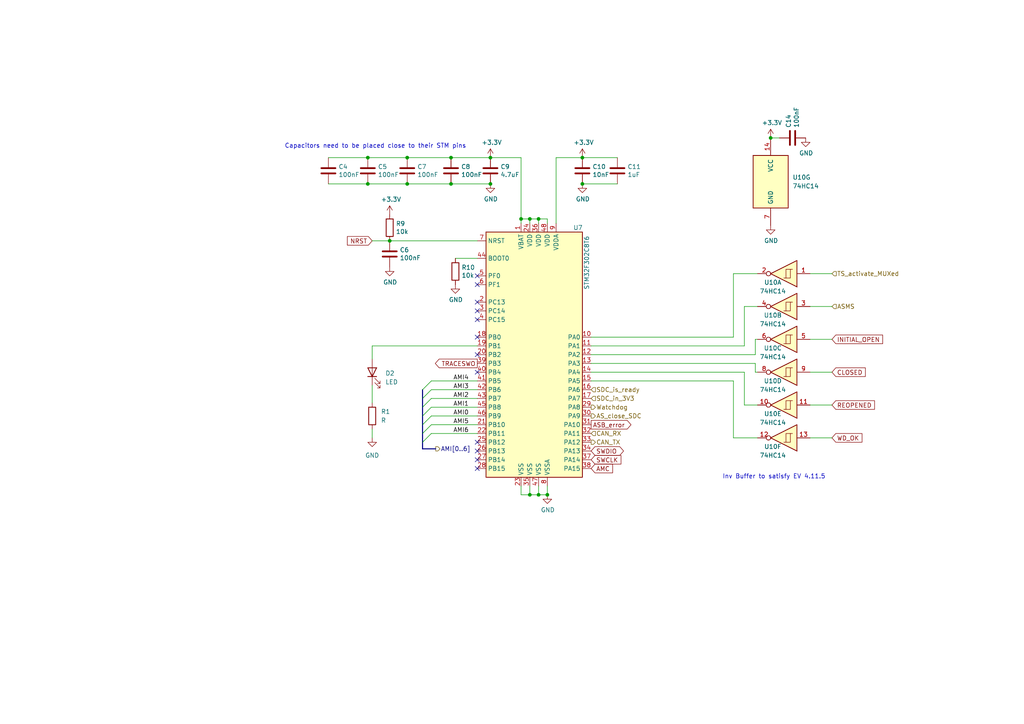
<source format=kicad_sch>
(kicad_sch (version 20211123) (generator eeschema)
  (paper "A4")
  (title_block (title "SDCL - CU") (date "2021-12-16") (rev "v1.0") (company "FaSTTUBe - Formula Student Team TU Berlin") (comment 1 "Car 113") (comment 2 "EBS Electronics") (comment 3 "CU for CAN Bus connection to supervisor"))
  (lib_symbols
    (symbol "74xx:74HC14" (pin_names (offset 1.016))
      (property "Reference" "U" (at 0 1.27 0))
      (property "Value" "74HC14" (at 0 -1.27 0))
      (symbol "74HC14_1_0"
        (polyline (pts (xy -3.81 3.81) (xy -3.81 -3.81) (xy 3.81 0) (xy -3.81 3.81)) (stroke (width 0.254)) (fill (type background)))
        (pin input line (at -7.62 0 0) (length 3.81) (name "~") (number "1"))
        (pin output inverted (at 7.62 0 180) (length 3.81) (name "~") (number "2"))
      )
      (symbol "74HC14_1_1"
        (polyline (pts (xy -1.905 -1.27) (xy -1.905 1.27) (xy -0.635 1.27)))
        (polyline (pts (xy -2.54 -1.27) (xy -0.635 -1.27) (xy -0.635 1.27) (xy 0 1.27)))
      )
      (symbol "74HC14_2_0"
        (polyline (pts (xy -3.81 3.81) (xy -3.81 -3.81) (xy 3.81 0) (xy -3.81 3.81)) (stroke (width 0.254)) (fill (type background)))
        (pin input line (at -7.62 0 0) (length 3.81) (name "~") (number "3"))
        (pin output inverted (at 7.62 0 180) (length 3.81) (name "~") (number "4"))
      )
      (symbol "74HC14_2_1"
        (polyline (pts (xy -1.905 -1.27) (xy -1.905 1.27) (xy -0.635 1.27)))
        (polyline (pts (xy -2.54 -1.27) (xy -0.635 -1.27) (xy -0.635 1.27) (xy 0 1.27)))
      )
      (symbol "74HC14_3_0"
        (polyline (pts (xy -3.81 3.81) (xy -3.81 -3.81) (xy 3.81 0) (xy -3.81 3.81)) (stroke (width 0.254)) (fill (type background)))
        (pin input line (at -7.62 0 0) (length 3.81) (name "~") (number "5"))
        (pin output inverted (at 7.62 0 180) (length 3.81) (name "~") (number "6"))
      )
      (symbol "74HC14_3_1"
        (polyline (pts (xy -1.905 -1.27) (xy -1.905 1.27) (xy -0.635 1.27)))
        (polyline (pts (xy -2.54 -1.27) (xy -0.635 -1.27) (xy -0.635 1.27) (xy 0 1.27)))
      )
      (symbol "74HC14_4_0"
        (polyline (pts (xy -3.81 3.81) (xy -3.81 -3.81) (xy 3.81 0) (xy -3.81 3.81)) (stroke (width 0.254)) (fill (type background)))
        (pin output inverted (at 7.62 0 180) (length 3.81) (name "~") (number "8"))
        (pin input line (at -7.62 0 0) (length 3.81) (name "~") (number "9"))
      )
      (symbol "74HC14_4_1"
        (polyline (pts (xy -1.905 -1.27) (xy -1.905 1.27) (xy -0.635 1.27)))
        (polyline (pts (xy -2.54 -1.27) (xy -0.635 -1.27) (xy -0.635 1.27) (xy 0 1.27)))
      )
      (symbol "74HC14_5_0"
        (polyline (pts (xy -3.81 3.81) (xy -3.81 -3.81) (xy 3.81 0) (xy -3.81 3.81)) (stroke (width 0.254)) (fill (type background)))
        (pin output inverted (at 7.62 0 180) (length 3.81) (name "~") (number "10"))
        (pin input line (at -7.62 0 0) (length 3.81) (name "~") (number "11"))
      )
      (symbol "74HC14_5_1"
        (polyline (pts (xy -1.905 -1.27) (xy -1.905 1.27) (xy -0.635 1.27)))
        (polyline (pts (xy -2.54 -1.27) (xy -0.635 -1.27) (xy -0.635 1.27) (xy 0 1.27)))
      )
      (symbol "74HC14_6_0"
        (polyline (pts (xy -3.81 3.81) (xy -3.81 -3.81) (xy 3.81 0) (xy -3.81 3.81)) (stroke (width 0.254)) (fill (type background)))
        (pin output inverted (at 7.62 0 180) (length 3.81) (name "~") (number "12"))
        (pin input line (at -7.62 0 0) (length 3.81) (name "~") (number "13"))
      )
      (symbol "74HC14_6_1"
        (polyline (pts (xy -1.905 -1.27) (xy -1.905 1.27) (xy -0.635 1.27)))
        (polyline (pts (xy -2.54 -1.27) (xy -0.635 -1.27) (xy -0.635 1.27) (xy 0 1.27)))
      )
      (symbol "74HC14_7_0"
        (pin power_in line (at 0 12.7 270) (length 5.08) (name "VCC") (number "14"))
        (pin power_in line (at 0 -12.7 90) (length 5.08) (name "GND") (number "7"))
      )
      (symbol "74HC14_7_1"
        (rectangle (start -5.08 7.62) (end 5.08 -7.62) (stroke (width 0.254)) (fill (type background)))
      )
    )
    (symbol "Device:C" (pin_numbers hide) (pin_names (offset 0.254))
      (property "Reference" "C" (at 0.635 2.54 0))
      (property "Value" "C" (at 0.635 -2.54 0))
      (symbol "C_0_1"
        (polyline (pts (xy -2.032 -0.762) (xy 2.032 -0.762)) (stroke (width 0.508)))
        (polyline (pts (xy -2.032 0.762) (xy 2.032 0.762)) (stroke (width 0.508)))
      )
      (symbol "C_1_1"
        (pin passive line (at 0 3.81 270) (length 2.794) (name "~") (number "1"))
        (pin passive line (at 0 -3.81 90) (length 2.794) (name "~") (number "2"))
      )
    )
    (symbol "Device:LED" (pin_numbers hide) (pin_names (offset 1.016) hide)
      (property "Reference" "D" (at 0 2.54 0))
      (property "Value" "LED" (at 0 -2.54 0))
      (symbol "LED_0_1"
        (polyline (pts (xy -1.27 -1.27) (xy -1.27 1.27)) (stroke (width 0.254)))
        (polyline (pts (xy -1.27 0) (xy 1.27 0)))
        (polyline (pts (xy 1.27 -1.27) (xy 1.27 1.27) (xy -1.27 0) (xy 1.27 -1.27)) (stroke (width 0.254)))
        (polyline (pts (xy -3.048 -0.762) (xy -4.572 -2.286) (xy -3.81 -2.286) (xy -4.572 -2.286) (xy -4.572 -1.524)))
        (polyline (pts (xy -1.778 -0.762) (xy -3.302 -2.286) (xy -2.54 -2.286) (xy -3.302 -2.286) (xy -3.302 -1.524)))
      )
      (symbol "LED_1_1"
        (pin passive line (at -3.81 0 0) (length 2.54) (name "K") (number "1"))
        (pin passive line (at 3.81 0 180) (length 2.54) (name "A") (number "2"))
      )
    )
    (symbol "Device:R" (pin_numbers hide) (pin_names (offset 0))
      (property "Reference" "R" (at 2.032 0 90))
      (property "Value" "R" (at 0 0 90))
      (symbol "R_0_1"
        (rectangle (start -1.016 -2.54) (end 1.016 2.54) (stroke (width 0.254)))
      )
      (symbol "R_1_1"
        (pin passive line (at 0 3.81 270) (length 1.27) (name "~") (number "1"))
        (pin passive line (at 0 -3.81 90) (length 1.27) (name "~") (number "2"))
      )
    )
    (symbol "MCU_ST_STM32F3:STM32F302C8Tx"
      (property "Reference" "U" (at -15.24 36.83 0))
      (property "Value" "STM32F302C8Tx" (at 7.62 36.83 0))
      (symbol "STM32F302C8Tx_0_1"
        (rectangle (start -15.24 -35.56) (end 12.7 35.56) (stroke (width 0.254)) (fill (type background)))
      )
      (symbol "STM32F302C8Tx_1_1"
        (pin power_in line (at -5.08 38.1 270) (length 2.54) (name "VBAT") (number "1"))
        (pin bidirectional line (at 15.24 5.08 180) (length 2.54) (name "PA0") (number "10"))
        (pin bidirectional line (at 15.24 2.54 180) (length 2.54) (name "PA1") (number "11"))
        (pin bidirectional line (at 15.24 0 180) (length 2.54) (name "PA2") (number "12"))
        (pin bidirectional line (at 15.24 -2.54 180) (length 2.54) (name "PA3") (number "13"))
        (pin bidirectional line (at 15.24 -5.08 180) (length 2.54) (name "PA4") (number "14"))
        (pin bidirectional line (at 15.24 -7.62 180) (length 2.54) (name "PA5") (number "15"))
        (pin bidirectional line (at 15.24 -10.16 180) (length 2.54) (name "PA6") (number "16"))
        (pin bidirectional line (at 15.24 -12.7 180) (length 2.54) (name "PA7") (number "17"))
        (pin bidirectional line (at -17.78 5.08 0) (length 2.54) (name "PB0") (number "18"))
        (pin bidirectional line (at -17.78 2.54 0) (length 2.54) (name "PB1") (number "19"))
        (pin bidirectional line (at -17.78 15.24 0) (length 2.54) (name "PC13") (number "2"))
        (pin bidirectional line (at -17.78 0 0) (length 2.54) (name "PB2") (number "20"))
        (pin bidirectional line (at -17.78 -20.32 0) (length 2.54) (name "PB10") (number "21"))
        (pin bidirectional line (at -17.78 -22.86 0) (length 2.54) (name "PB11") (number "22"))
        (pin power_in line (at -5.08 -38.1 90) (length 2.54) (name "VSS") (number "23"))
        (pin power_in line (at -2.54 38.1 270) (length 2.54) (name "VDD") (number "24"))
        (pin bidirectional line (at -17.78 -25.4 0) (length 2.54) (name "PB12") (number "25"))
        (pin bidirectional line (at -17.78 -27.94 0) (length 2.54) (name "PB13") (number "26"))
        (pin bidirectional line (at -17.78 -30.48 0) (length 2.54) (name "PB14") (number "27"))
        (pin bidirectional line (at -17.78 -33.02 0) (length 2.54) (name "PB15") (number "28"))
        (pin bidirectional line (at 15.24 -15.24 180) (length 2.54) (name "PA8") (number "29"))
        (pin bidirectional line (at -17.78 12.7 0) (length 2.54) (name "PC14") (number "3"))
        (pin bidirectional line (at 15.24 -17.78 180) (length 2.54) (name "PA9") (number "30"))
        (pin bidirectional line (at 15.24 -20.32 180) (length 2.54) (name "PA10") (number "31"))
        (pin bidirectional line (at 15.24 -22.86 180) (length 2.54) (name "PA11") (number "32"))
        (pin bidirectional line (at 15.24 -25.4 180) (length 2.54) (name "PA12") (number "33"))
        (pin bidirectional line (at 15.24 -27.94 180) (length 2.54) (name "PA13") (number "34"))
        (pin power_in line (at -2.54 -38.1 90) (length 2.54) (name "VSS") (number "35"))
        (pin power_in line (at 0 38.1 270) (length 2.54) (name "VDD") (number "36"))
        (pin bidirectional line (at 15.24 -30.48 180) (length 2.54) (name "PA14") (number "37"))
        (pin bidirectional line (at 15.24 -33.02 180) (length 2.54) (name "PA15") (number "38"))
        (pin bidirectional line (at -17.78 -2.54 0) (length 2.54) (name "PB3") (number "39"))
        (pin bidirectional line (at -17.78 10.16 0) (length 2.54) (name "PC15") (number "4"))
        (pin bidirectional line (at -17.78 -5.08 0) (length 2.54) (name "PB4") (number "40"))
        (pin bidirectional line (at -17.78 -7.62 0) (length 2.54) (name "PB5") (number "41"))
        (pin bidirectional line (at -17.78 -10.16 0) (length 2.54) (name "PB6") (number "42"))
        (pin bidirectional line (at -17.78 -12.7 0) (length 2.54) (name "PB7") (number "43"))
        (pin input line (at -17.78 27.94 0) (length 2.54) (name "BOOT0") (number "44"))
        (pin bidirectional line (at -17.78 -15.24 0) (length 2.54) (name "PB8") (number "45"))
        (pin bidirectional line (at -17.78 -17.78 0) (length 2.54) (name "PB9") (number "46"))
        (pin power_in line (at 0 -38.1 90) (length 2.54) (name "VSS") (number "47"))
        (pin power_in line (at 2.54 38.1 270) (length 2.54) (name "VDD") (number "48"))
        (pin input line (at -17.78 22.86 0) (length 2.54) (name "PF0") (number "5"))
        (pin input line (at -17.78 20.32 0) (length 2.54) (name "PF1") (number "6"))
        (pin input line (at -17.78 33.02 0) (length 2.54) (name "NRST") (number "7"))
        (pin power_in line (at 2.54 -38.1 90) (length 2.54) (name "VSSA") (number "8"))
        (pin power_in line (at 5.08 38.1 270) (length 2.54) (name "VDDA") (number "9"))
      )
    )
    (symbol "power:+3.3V" (power) (pin_names (offset 0))
      (property "Value" "+3.3V" (at 0 3.556 0))
      (symbol "+3.3V_0_1"
        (polyline (pts (xy -0.762 1.27) (xy 0 2.54)))
        (polyline (pts (xy 0 0) (xy 0 2.54)))
        (polyline (pts (xy 0 2.54) (xy 0.762 1.27)))
      )
      (symbol "+3.3V_1_1"
        (pin power_in line (at 0 0 90) (length 0) hide (name "+3.3V") (number "1"))
      )
    )
    (symbol "power:GND" (power) (pin_names (offset 0))
      (property "Value" "GND" (at 0 -3.81 0))
      (symbol "GND_0_1"
        (polyline (pts (xy 0 0) (xy 0 -1.27) (xy 1.27 -1.27) (xy 0 -2.54) (xy -1.27 -1.27) (xy 0 -1.27)))
      )
      (symbol "GND_1_1"
        (pin power_in line (at 0 0 270) (length 0) hide (name "GND") (number "1"))
      )
    )
  )
  (junction (at 223.52 40.005))
  (junction (at 106.68 45.72))
  (junction (at 142.24 53.34))
  (junction (at 118.11 45.72))
  (junction (at 118.11 53.34))
  (junction (at 106.68 53.34))
  (junction (at 153.67 63.5))
  (junction (at 168.91 45.72))
  (junction (at 130.81 53.34))
  (junction (at 142.24 45.72))
  (junction (at 158.75 143.51))
  (junction (at 113.03 69.85))
  (junction (at 156.21 63.5))
  (junction (at 153.67 143.51))
  (junction (at 151.13 63.5))
  (junction (at 130.81 45.72))
  (junction (at 156.21 143.51))
  (junction (at 168.91 53.34))
  (no_connect (at 138.43 133.35))
  (no_connect (at 138.43 82.55))
  (no_connect (at 138.43 87.63))
  (no_connect (at 138.43 92.71))
  (no_connect (at 138.43 128.27))
  (no_connect (at 138.43 80.01))
  (no_connect (at 138.43 90.17))
  (no_connect (at 138.43 97.79))
  (no_connect (at 138.43 102.87))
  (no_connect (at 138.43 130.81))
  (no_connect (at 138.43 107.95))
  (no_connect (at 138.43 135.89))
  (bus_entry (at 122.555 118.11) (size 2.54 -2.54))
  (bus_entry (at 122.555 120.65) (size 2.54 -2.54))
  (bus_entry (at 122.555 123.19) (size 2.54 -2.54))
  (bus_entry (at 122.555 125.73) (size 2.54 -2.54))
  (bus_entry (at 122.555 128.27) (size 2.54 -2.54))
  (bus_entry (at 122.555 113.03) (size 2.54 -2.54))
  (bus_entry (at 122.555 115.57) (size 2.54 -2.54))
  (wire (pts (xy 153.67 63.5) (xy 153.67 64.77)))
  (wire (pts (xy 212.725 79.375) (xy 219.71 79.375)))
  (wire (pts (xy 158.75 63.5) (xy 156.21 63.5)))
  (wire (pts (xy 107.95 104.14) (xy 107.95 100.33)))
  (wire (pts (xy 161.29 45.72) (xy 161.29 64.77)))
  (wire (pts (xy 125.095 120.65) (xy 138.43 120.65)))
  (wire (pts (xy 153.67 140.97) (xy 153.67 143.51)))
  (wire (pts (xy 219.71 88.9) (xy 215.9 88.9)))
  (wire (pts (xy 156.21 140.97) (xy 156.21 143.51)))
  (wire (pts (xy 158.75 64.77) (xy 158.75 63.5)))
  (wire (pts (xy 107.95 111.76) (xy 107.95 116.84)))
  (wire (pts (xy 158.75 143.51) (xy 156.21 143.51)))
  (wire (pts (xy 219.075 98.425) (xy 219.075 102.87)))
  (wire (pts (xy 130.81 53.34) (xy 142.24 53.34)))
  (wire (pts (xy 125.095 118.11) (xy 138.43 118.11)))
  (bus (pts (xy 122.555 113.03) (xy 122.555 115.57)))
  (wire (pts (xy 107.95 100.33) (xy 138.43 100.33)))
  (wire (pts (xy 168.91 53.34) (xy 179.07 53.34)))
  (wire (pts (xy 219.075 98.425) (xy 219.71 98.425)))
  (wire (pts (xy 142.24 45.72) (xy 151.13 45.72)))
  (wire (pts (xy 107.95 69.85) (xy 113.03 69.85)))
  (wire (pts (xy 156.21 63.5) (xy 153.67 63.5)))
  (bus (pts (xy 122.555 130.175) (xy 126.365 130.175)))
  (wire (pts (xy 212.725 127) (xy 212.725 110.49)))
  (bus (pts (xy 122.555 128.27) (xy 122.555 130.175)))
  (bus (pts (xy 122.555 118.11) (xy 122.555 120.65)))
  (wire (pts (xy 125.095 125.73) (xy 138.43 125.73)))
  (wire (pts (xy 219.075 107.95) (xy 219.075 105.41)))
  (wire (pts (xy 234.95 127) (xy 241.3 127)))
  (wire (pts (xy 226.06 40.005) (xy 223.52 40.005)))
  (wire (pts (xy 161.29 45.72) (xy 168.91 45.72)))
  (bus (pts (xy 122.555 115.57) (xy 122.555 118.11)))
  (wire (pts (xy 219.71 117.475) (xy 215.9 117.475)))
  (wire (pts (xy 171.45 97.79) (xy 212.725 97.79)))
  (wire (pts (xy 113.03 69.85) (xy 138.43 69.85)))
  (wire (pts (xy 158.75 140.97) (xy 158.75 143.51)))
  (wire (pts (xy 219.075 102.87) (xy 171.45 102.87)))
  (wire (pts (xy 215.9 100.33) (xy 171.45 100.33)))
  (wire (pts (xy 125.095 115.57) (xy 138.43 115.57)))
  (wire (pts (xy 212.725 97.79) (xy 212.725 79.375)))
  (wire (pts (xy 168.91 45.72) (xy 179.07 45.72)))
  (bus (pts (xy 122.555 123.19) (xy 122.555 125.73)))
  (wire (pts (xy 156.21 143.51) (xy 153.67 143.51)))
  (wire (pts (xy 215.9 88.9) (xy 215.9 100.33)))
  (wire (pts (xy 125.095 110.49) (xy 138.43 110.49)))
  (wire (pts (xy 107.95 127) (xy 107.95 124.46)))
  (bus (pts (xy 122.555 125.73) (xy 122.555 128.27)))
  (wire (pts (xy 215.9 117.475) (xy 215.9 107.95)))
  (wire (pts (xy 234.95 117.475) (xy 241.3 117.475)))
  (wire (pts (xy 234.95 107.95) (xy 241.3 107.95)))
  (wire (pts (xy 219.075 105.41) (xy 171.45 105.41)))
  (bus (pts (xy 122.555 120.65) (xy 122.555 123.19)))
  (wire (pts (xy 125.095 123.19) (xy 138.43 123.19)))
  (wire (pts (xy 125.095 113.03) (xy 138.43 113.03)))
  (wire (pts (xy 132.08 74.93) (xy 138.43 74.93)))
  (wire (pts (xy 234.95 98.425) (xy 241.3 98.425)))
  (wire (pts (xy 219.075 107.95) (xy 219.71 107.95)))
  (wire (pts (xy 95.25 53.34) (xy 106.68 53.34)))
  (wire (pts (xy 151.13 140.97) (xy 151.13 143.51)))
  (wire (pts (xy 106.68 45.72) (xy 118.11 45.72)))
  (wire (pts (xy 219.71 127) (xy 212.725 127)))
  (wire (pts (xy 151.13 143.51) (xy 153.67 143.51)))
  (wire (pts (xy 106.68 53.34) (xy 118.11 53.34)))
  (wire (pts (xy 215.9 107.95) (xy 171.45 107.95)))
  (wire (pts (xy 234.95 79.375) (xy 241.3 79.375)))
  (wire (pts (xy 234.95 88.9) (xy 241.3 88.9)))
  (wire (pts (xy 106.68 45.72) (xy 95.25 45.72)))
  (wire (pts (xy 212.725 110.49) (xy 171.45 110.49)))
  (wire (pts (xy 151.13 63.5) (xy 151.13 64.77)))
  (wire (pts (xy 151.13 45.72) (xy 151.13 63.5)))
  (wire (pts (xy 118.11 53.34) (xy 130.81 53.34)))
  (wire (pts (xy 156.21 64.77) (xy 156.21 63.5)))
  (wire (pts (xy 153.67 63.5) (xy 151.13 63.5)))
  (wire (pts (xy 118.11 45.72) (xy 130.81 45.72)))
  (wire (pts (xy 130.81 45.72) (xy 142.24 45.72)))
  (text "Capacitors need to be placed close to their STM pins" (at 82.55 43.18 0) (effects (font (size 1.27 1.27)) (justify left bottom)))
  (text "Inv Buffer to satisfy EV 4.11.5" (at 209.55 139.065 0) (effects (font (size 1.27 1.27)) (justify left bottom)))
  (label "AMI3" (at 131.445 113.03 0))
  (label "AMI4" (at 131.445 110.49 0))
  (label "AMI2" (at 131.445 115.57 0))
  (label "AMI0" (at 131.445 120.65 0))
  (label "AMI6" (at 131.445 125.73 0))
  (label "AMI5" (at 131.445 123.19 0))
  (label "AMI1" (at 131.445 118.11 0))
  (global_label "REOPENED" (shape input) (at 241.3 117.475 0) (property "Intersheet References" "${INTERSHEET_REFS}" (effects hide)))
  (global_label "CLOSED" (shape input) (at 241.3 107.95 0) (property "Intersheet References" "${INTERSHEET_REFS}" (effects hide)))
  (global_label "WD_OK" (shape input) (at 241.3 127 0) (property "Intersheet References" "${INTERSHEET_REFS}" (effects hide)))
  (global_label "ASB_error" (shape output) (at 171.45 123.19 0) (property "Intersheet References" "${INTERSHEET_REFS}" (effects hide)))
  (global_label "SWDIO" (shape bidirectional) (at 171.45 130.81 0) (property "Intersheet References" "${INTERSHEET_REFS}" (effects hide)))
  (global_label "INITIAL_OPEN" (shape input) (at 241.3 98.425 0) (property "Intersheet References" "${INTERSHEET_REFS}" (effects hide)))
  (global_label "NRST" (shape input) (at 107.95 69.85 180) (property "Intersheet References" "${INTERSHEET_REFS}" (effects hide)))
  (global_label "AMC" (shape input) (at 171.45 135.89 0) (property "Intersheet References" "${INTERSHEET_REFS}" (effects hide)))
  (global_label "TRACESWO" (shape output) (at 138.43 105.41 180) (property "Intersheet References" "${INTERSHEET_REFS}" (effects hide)))
  (global_label "SWCLK" (shape input) (at 171.45 133.35 0) (property "Intersheet References" "${INTERSHEET_REFS}" (effects hide)))
  (hierarchical_label "SDC_is_ready" (shape input) (at 171.45 113.03 0))
  (hierarchical_label "CAN_RX" (shape input) (at 171.45 125.73 0))
  (hierarchical_label "CAN_TX" (shape output) (at 171.45 128.27 0))
  (hierarchical_label "ASMS" (shape input) (at 241.3 88.9 0))
  (hierarchical_label "AS_close_SDC" (shape output) (at 171.45 120.65 0))
  (hierarchical_label "TS_activate_MUXed" (shape input) (at 241.3 79.375 0))
  (hierarchical_label "Watchdog" (shape output) (at 171.45 118.11 0))
  (hierarchical_label "SDC_in_3V3" (shape input) (at 171.45 115.57 0))
  (hierarchical_label "AMI[0..6]" (shape output) (at 126.365 130.175 0))
  (symbol (lib_id "Device:C") (at 130.81 49.53 0) (unit 1)
    (property "Reference" "C8" (at 133.731 48.3616 0) (effects (justify left)))
    (property "Value" "100nF" (at 133.731 50.673 0) (effects (justify left)))
    (property "Footprint" "Capacitor_SMD:C_0603_1608Metric_Pad1.08x0.95mm_HandSolder" (effects hide))
  )
  (symbol (lib_id "Device:C") (at 142.24 49.53 0) (unit 1)
    (property "Reference" "C9" (at 145.161 48.3616 0) (effects (justify left)))
    (property "Value" "4.7uF" (at 145.161 50.673 0) (effects (justify left)))
    (property "Footprint" "Capacitor_SMD:C_0603_1608Metric_Pad1.08x0.95mm_HandSolder" (effects hide))
  )
  (symbol (lib_id "Device:C") (at 118.11 49.53 0) (unit 1)
    (property "Reference" "C7" (at 121.031 48.3616 0) (effects (justify left)))
    (property "Value" "100nF" (at 121.031 50.673 0) (effects (justify left)))
    (property "Footprint" "Capacitor_SMD:C_0603_1608Metric_Pad1.08x0.95mm_HandSolder" (effects hide))
  )
  (symbol (lib_id "Device:C") (at 106.68 49.53 0) (unit 1)
    (property "Reference" "C5" (at 109.601 48.3616 0) (effects (justify left)))
    (property "Value" "100nF" (at 109.601 50.673 0) (effects (justify left)))
    (property "Footprint" "Capacitor_SMD:C_0603_1608Metric_Pad1.08x0.95mm_HandSolder" (effects hide))
  )
  (symbol (lib_id "Device:C") (at 95.25 49.53 0) (unit 1)
    (property "Reference" "C4" (at 98.171 48.3616 0) (effects (justify left)))
    (property "Value" "100nF" (at 98.171 50.673 0) (effects (justify left)))
    (property "Footprint" "Capacitor_SMD:C_0603_1608Metric_Pad1.08x0.95mm_HandSolder" (effects hide))
  )
  (symbol (lib_id "power:GND") (at 142.24 53.34 0) (unit 1)
    (property "Reference" "#PWR0133" (effects hide))
    (property "Value" "GND" (at 142.367 57.7342 0))
  )
  (symbol (lib_id "power:GND") (at 158.75 143.51 0) (unit 1)
    (property "Reference" "#PWR0140" (effects hide))
    (property "Value" "GND" (at 158.877 147.9042 0))
  )
  (symbol (lib_id "Device:C") (at 168.91 49.53 0) (unit 1)
    (property "Reference" "C10" (at 171.831 48.3616 0) (effects (justify left)))
    (property "Value" "10nF" (at 171.831 50.673 0) (effects (justify left)))
    (property "Footprint" "Capacitor_SMD:C_0603_1608Metric_Pad1.08x0.95mm_HandSolder" (effects hide))
  )
  (symbol (lib_id "Device:C") (at 179.07 49.53 0) (unit 1)
    (property "Reference" "C11" (at 181.991 48.3616 0) (effects (justify left)))
    (property "Value" "1uF" (at 181.991 50.673 0) (effects (justify left)))
    (property "Footprint" "Capacitor_SMD:C_0603_1608Metric_Pad1.08x0.95mm_HandSolder" (effects hide))
  )
  (symbol (lib_id "power:GND") (at 168.91 53.34 0) (unit 1)
    (property "Reference" "#PWR0134" (effects hide))
    (property "Value" "GND" (at 169.037 57.7342 0))
  )
  (symbol (lib_id "Device:R") (at 132.08 78.74 0) (unit 1)
    (property "Reference" "R10" (at 133.858 77.5716 0) (effects (justify left)))
    (property "Value" "10k" (at 133.858 79.883 0) (effects (justify left)))
    (property "Footprint" "Resistor_SMD:R_0603_1608Metric_Pad0.98x0.95mm_HandSolder" (effects hide))
  )
  (symbol (lib_id "MCU_ST_STM32F3:STM32F302C8Tx") (at 156.21 102.87 0) (unit 1)
    (property "Reference" "U7" (at 167.64 66.04 0))
    (property "Value" "STM32F302C8T6" (at 170.18 76.2 90))
    (property "Footprint" "Package_QFP:LQFP-48_7x7mm_P0.5mm" (effects hide))
    (property "Datasheet" "http://www.st.com/st-web-ui/static/active/en/resource/technical/document/datasheet/DM00093333.pdf" (effects hide))
  )
  (symbol (lib_id "power:GND") (at 132.08 82.55 0) (unit 1)
    (property "Reference" "#PWR0136" (effects hide))
    (property "Value" "GND" (at 132.207 86.9442 0))
  )
  (symbol (lib_id "Device:R") (at 113.03 66.04 0) (unit 1)
    (property "Reference" "R9" (at 114.808 64.8716 0) (effects (justify left)))
    (property "Value" "10k" (at 114.808 67.183 0) (effects (justify left)))
    (property "Footprint" "Resistor_SMD:R_0603_1608Metric_Pad0.98x0.95mm_HandSolder" (effects hide))
  )
  (symbol (lib_id "Device:C") (at 113.03 73.66 0) (unit 1)
    (property "Reference" "C6" (at 115.951 72.4916 0) (effects (justify left)))
    (property "Value" "100nF" (at 115.951 74.803 0) (effects (justify left)))
    (property "Footprint" "Capacitor_SMD:C_0603_1608Metric_Pad1.08x0.95mm_HandSolder" (effects hide))
  )
  (symbol (lib_id "power:GND") (at 113.03 77.47 0) (unit 1)
    (property "Reference" "#PWR0135" (effects hide))
    (property "Value" "GND" (at 113.157 81.8642 0))
  )
  (symbol (lib_id "power:+3.3V") (at 142.24 45.72 0) (unit 1)
    (property "Reference" "#PWR0137" (effects hide))
    (property "Value" "+3.3V" (at 142.621 41.3258 0))
  )
  (symbol (lib_id "power:+3.3V") (at 168.91 45.72 0) (unit 1)
    (property "Reference" "#PWR0138" (effects hide))
    (property "Value" "+3.3V" (at 169.291 41.3258 0))
  )
  (symbol (lib_id "power:+3.3V") (at 113.03 62.23 0) (unit 1)
    (property "Reference" "#PWR0139" (effects hide))
    (property "Value" "+3.3V" (at 113.411 57.8358 0))
  )
  (symbol (lib_id "74xx:74HC14") (at 227.33 127 180) (unit 6)
    (property "Reference" "U10" (at 224.155 129.54 0))
    (property "Value" "74HC14" (at 224.155 132.08 0))
    (property "Footprint" "Package_SO:SOIC-14_3.9x8.7mm_P1.27mm" (effects hide))
    (property "Datasheet" "http://www.ti.com/lit/gpn/sn74HC14" (effects hide))
  )
  (symbol (lib_id "74xx:74HC14") (at 223.52 52.705 0) (unit 7)
    (property "Reference" "U10" (at 229.87 51.4349 0) (effects (justify left)))
    (property "Value" "74HC14" (at 229.87 53.9749 0) (effects (justify left)))
    (property "Footprint" "Package_SO:SOIC-14_3.9x8.7mm_P1.27mm" (effects hide))
    (property "Datasheet" "http://www.ti.com/lit/gpn/sn74HC14" (effects hide))
  )
  (symbol (lib_id "74xx:74HC14") (at 227.33 107.95 180) (unit 4)
    (property "Reference" "U10" (at 224.155 110.49 0))
    (property "Value" "74HC14" (at 224.155 113.03 0))
    (property "Footprint" "Package_SO:SOIC-14_3.9x8.7mm_P1.27mm" (effects hide))
    (property "Datasheet" "http://www.ti.com/lit/gpn/sn74HC14" (effects hide))
  )
  (symbol (lib_id "power:GND") (at 223.52 65.405 0) (unit 1)
    (property "Reference" "#PWR03" (effects hide))
    (property "Value" "GND" (at 223.647 69.7992 0))
  )
  (symbol (lib_id "power:GND") (at 233.68 40.005 0) (unit 1)
    (property "Reference" "#PWR04" (effects hide))
    (property "Value" "GND" (at 233.807 44.3992 0))
  )
  (symbol (lib_id "74xx:74HC14") (at 227.33 98.425 180) (unit 3)
    (property "Reference" "U10" (at 224.155 100.965 0))
    (property "Value" "74HC14" (at 224.155 103.505 0))
    (property "Footprint" "Package_SO:SOIC-14_3.9x8.7mm_P1.27mm" (effects hide))
    (property "Datasheet" "http://www.ti.com/lit/gpn/sn74HC14" (effects hide))
  )
  (symbol (lib_id "Device:LED") (at 107.95 107.95 90) (unit 1)
    (property "Reference" "D2" (at 111.76 108.2674 90) (effects (justify right)))
    (property "Value" "LED" (at 111.76 110.8074 90) (effects (justify right)))
    (property "Footprint" "LED_THT:LED_D5.0mm_Clear" (effects hide))
  )
  (symbol (lib_id "Device:R") (at 107.95 120.65 0) (unit 1)
    (property "Reference" "R1" (at 110.49 119.3799 0) (effects (justify left)))
    (property "Value" "R" (at 110.49 121.9199 0) (effects (justify left)))
    (property "Footprint" "Resistor_SMD:R_0603_1608Metric_Pad0.98x0.95mm_HandSolder" (effects hide))
  )
  (symbol (lib_id "power:GND") (at 107.95 127 0) (unit 1)
    (property "Reference" "#PWR01" (effects hide))
    (property "Value" "GND" (at 107.95 132.08 0))
  )
  (symbol (lib_id "74xx:74HC14") (at 227.33 79.375 180) (unit 1)
    (property "Reference" "U10" (at 224.155 81.915 0))
    (property "Value" "74HC14" (at 224.155 84.455 0))
    (property "Footprint" "Package_SO:SOIC-14_3.9x8.7mm_P1.27mm" (effects hide))
    (property "Datasheet" "http://www.ti.com/lit/gpn/sn74HC14" (effects hide))
  )
  (symbol (lib_id "74xx:74HC14") (at 227.33 88.9 180) (unit 2)
    (property "Reference" "U10" (at 224.155 91.44 0))
    (property "Value" "74HC14" (at 224.155 93.98 0))
    (property "Footprint" "Package_SO:SOIC-14_3.9x8.7mm_P1.27mm" (effects hide))
    (property "Datasheet" "http://www.ti.com/lit/gpn/sn74HC14" (effects hide))
  )
  (symbol (lib_id "power:+3.3V") (at 223.52 40.005 0) (unit 1)
    (property "Reference" "#PWR02" (effects hide))
    (property "Value" "+3.3V" (at 223.901 35.6108 0))
  )
  (symbol (lib_id "Device:C") (at 229.87 40.005 90) (unit 1)
    (property "Reference" "C14" (at 228.7016 37.084 0) (effects (justify left)))
    (property "Value" "100nF" (at 231.013 37.084 0) (effects (justify left)))
    (property "Footprint" "Capacitor_SMD:C_0603_1608Metric_Pad1.08x0.95mm_HandSolder" (effects hide))
  )
  (symbol (lib_id "74xx:74HC14") (at 227.33 117.475 180) (unit 5)
    (property "Reference" "U10" (at 224.155 120.015 0))
    (property "Value" "74HC14" (at 224.155 122.555 0))
    (property "Footprint" "Package_SO:SOIC-14_3.9x8.7mm_P1.27mm" (effects hide))
    (property "Datasheet" "http://www.ti.com/lit/gpn/sn74HC14" (effects hide))
  )
)
</source>
